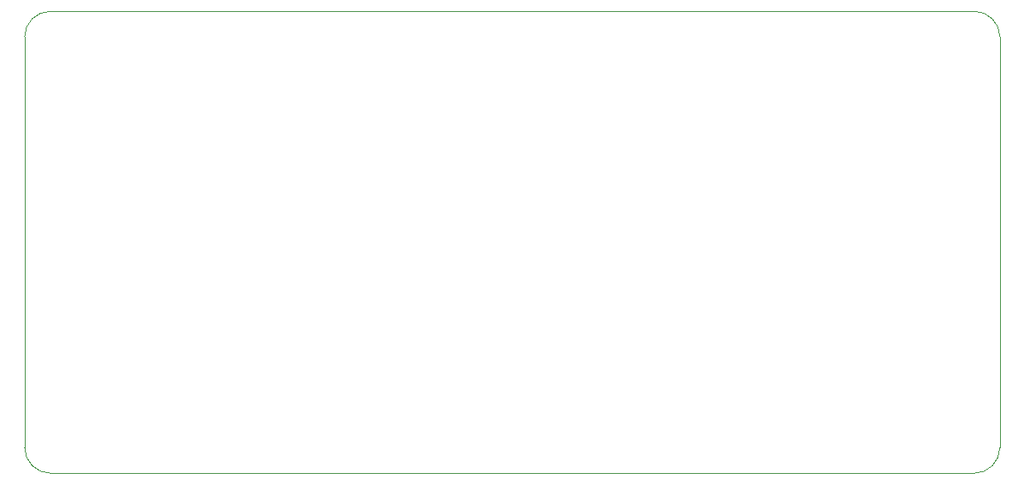
<source format=gbr>
G04 #@! TF.GenerationSoftware,KiCad,Pcbnew,(5.1.9)-1*
G04 #@! TF.CreationDate,2022-02-28T19:05:45+08:00*
G04 #@! TF.ProjectId,matrix_display16_32,6d617472-6978-45f6-9469-73706c617931,rev?*
G04 #@! TF.SameCoordinates,Original*
G04 #@! TF.FileFunction,Profile,NP*
%FSLAX46Y46*%
G04 Gerber Fmt 4.6, Leading zero omitted, Abs format (unit mm)*
G04 Created by KiCad (PCBNEW (5.1.9)-1) date 2022-02-28 19:05:45*
%MOMM*%
%LPD*%
G01*
G04 APERTURE LIST*
G04 #@! TA.AperFunction,Profile*
%ADD10C,0.050000*%
G04 #@! TD*
G04 APERTURE END LIST*
D10*
X96520000Y-83820000D02*
X187960000Y-83820000D01*
X96520000Y-129540000D02*
X187960000Y-129540000D01*
X190500000Y-86360000D02*
X190500000Y-127000000D01*
X93980000Y-86360000D02*
X93980000Y-127000000D01*
X190500000Y-127000000D02*
G75*
G02*
X187960000Y-129540000I-2540000J0D01*
G01*
X187960000Y-83820000D02*
G75*
G02*
X190500000Y-86360000I0J-2540000D01*
G01*
X93980000Y-86360000D02*
G75*
G02*
X96520000Y-83820000I2540000J0D01*
G01*
X96520000Y-129540000D02*
G75*
G02*
X93980000Y-127000000I0J2540000D01*
G01*
M02*

</source>
